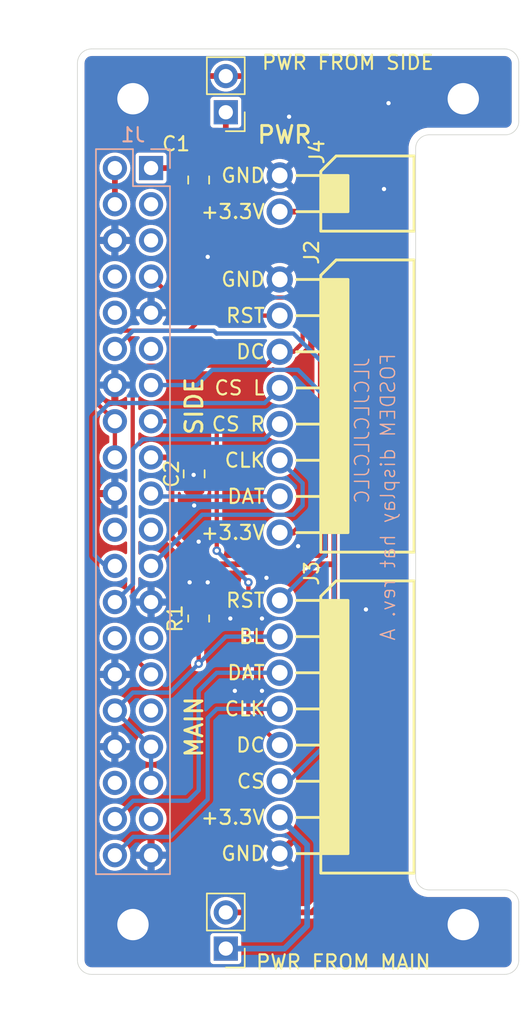
<source format=kicad_pcb>
(kicad_pcb (version 20240108) (generator "pcbnew") (generator_version "8.0")
  (title_block (comment 4 "AISLER Project ID: VFRMODMF"))
  (layers (0 "F.Cu" signal) (31 "B.Cu" signal) (34 "B.Paste" user) (35 "F.Paste" user) (36 "B.SilkS" user "B.Silkscreen") (37 "F.SilkS" user "F.Silkscreen") (38 "B.Mask" user) (39 "F.Mask" user) (44 "Edge.Cuts" user))
  (net 0 "")
  (net 1 "/+5V")
  (net 4 "/SIDE_DAT")
  (net 5 "/SIDE_DC")
  (net 7 "/SIDE_RST")
  (net 9 "/BL")
  (net 14 "/MAIN_RST")
  (net 16 "/MAIN_DAT")
  (net 17 "/MAIN_CLK")
  (net 19 "/MAIN_CS")
  (net 20 "/SIDE_CS_L")
  (net 22 "/SIDE_CS_R")
  (net 24 "/MAIN_DC")
  (net 25 "/SIDE_CLK")
  (net 26 "Net-(J2-Pin_8)")
  (net 27 "Net-(J3-Pin_7)")
  (net 28 "GND")
  (net 29 "+3.3V")
  (footprint "Resistor_SMD:R_0805_2012Metric" (layer "F.Cu") (at 144.0225 106.9225 90)
    (property "Reference" "R1" (at 0 -1.65 90) (layer "F.SilkS"))
    (property "Value" "10kΩ")
    (fp_line (start -0.227064 -0.735) (end 0.227064 -0.735) (stroke (width 0.12)) (layer "F.SilkS"))
    (fp_line (start -0.227064 0.735) (end 0.227064 0.735) (stroke (width 0.12)) (layer "F.SilkS"))
    (pad "1" smd roundrect (at -0.9125 0 90) (size 1.025 1.4) (layers "F.Cu" "F.Paste" "F.Mask") (roundrect_rratio 0.243902) (net 9 "/BL"))
    (pad "2" smd roundrect (at 0.9125 0 90) (size 1.025 1.4) (layers "F.Cu" "F.Paste" "F.Mask") (roundrect_rratio 0.243902) (net 29 "+3.3V"))
  )
  (footprint "Capacitor_SMD:C_0805_2012Metric" (layer "F.Cu") (at 143.705 96.765 -90)
    (property "Reference" "C2" (at -0.0025 1.5875 90) (layer "F.SilkS"))
    (property "Value" "1μF")
    (fp_line (start -0.261252 0.735) (end 0.261252 0.735) (stroke (width 0.12)) (layer "F.SilkS"))
    (fp_line (start -0.261252 -0.735) (end 0.261252 -0.735) (stroke (width 0.12)) (layer "F.SilkS"))
    (pad "1" smd roundrect (at -0.95 0 270) (size 1 1.45) (layers "F.Cu" "F.Paste" "F.Mask") (net 29 "+3.3V"))
    (pad "2" smd roundrect (at 0.95 0 270) (size 1 1.45) (layers "F.Cu" "F.Paste" "F.Mask") (net 28 "GND"))
  )
  (footprint "MountingHole:MountingHole_2.2mm_M2_ISO7380_Pad" (layer "F.Cu") (at 139.4075 70.4175 90)
    (property "Reference" "H2" (hide yes))
    (property "Value" "MountingHole_Pad")
    (pad "1" thru_hole circle (at 0 0 90) (size 3.5 3.5) (drill 2.2) (layers "*.Cu" "*.Mask") (net 28 "GND"))
  )
  (footprint "Connector_PinHeader_2.54mm:PinHeader_1x02_P2.54mm_Vertical" (layer "F.Cu") (at 145.9275 130.105 180)
    (property "Reference" "JP2" (hide yes))
    (property "Value" "PWR FROM MAIN" (at -8.255 -0.9475 0) (layer "F.SilkS"))
    (fp_line (start 1.33 1.27) (end 1.33 3.87) (stroke (width 0.12)) (layer "F.SilkS"))
    (fp_line (start -1.33 3.87) (end 1.33 3.87) (stroke (width 0.12)) (layer "F.SilkS"))
    (fp_line (start -1.33 1.27) (end 1.33 1.27) (stroke (width 0.12)) (layer "F.SilkS"))
    (fp_line (start -1.33 1.27) (end -1.33 3.87) (stroke (width 0.12)) (layer "F.SilkS"))
    (fp_line (start -1.33 0) (end -1.33 -1.33) (stroke (width 0.12)) (layer "F.SilkS"))
    (fp_line (start -1.33 -1.33) (end 0 -1.33) (stroke (width 0.12)) (layer "F.SilkS"))
    (pad "1" thru_hole rect (at 0 0 180) (size 1.7 1.7) (drill 1) (layers "*.Cu" "*.Mask") (net 27 "Net-(J3-Pin_7)"))
    (pad "2" thru_hole oval (at 0 2.54 180) (size 1.7 1.7) (drill 1) (layers "*.Cu" "*.Mask") (net 29 "+3.3V"))
  )
  (footprint "MountingHole:MountingHole_2.2mm_M2_ISO7380_Pad" (layer "F.Cu") (at 139.4075 128.4175 90)
    (property "Reference" "H4" (hide yes))
    (property "Value" "MountingHole_Pad")
    (pad "1" thru_hole circle (at 0 0 90) (size 3.5 3.5) (drill 2.2) (layers "*.Cu" "*.Mask") (net 28 "GND"))
  )
  (footprint "Connector_MTA-100:mta100_01x2_P2.54_640455-2" (layer "F.Cu") (at 149.715 78.3475 90)
    (property "Reference" "J4" (at 3.237894 2.618911 90) (layer "F.SilkS") (effects (justify left)))
    (property "Value" "MTA100_02")
    (fp_line (start 2.54 1.185) (end 2.54 2.985) (stroke (width 0.2)) (layer "F.SilkS"))
    (fp_line (start 0 1.185) (end 0 2.985) (stroke (width 0.2)) (layer "F.SilkS"))
    (fp_line (start 2.829891 2.885) (end 3.91 3.965109) (stroke (width 0.2)) (layer "F.SilkS"))
    (fp_line (start -1.37 2.885) (end 2.829891 2.885) (stroke (width 0.2)) (layer "F.SilkS"))
    (fp_line (start 3.91 3.965109) (end 3.91 9.435) (stroke (width 0.2)) (layer "F.SilkS"))
    (fp_line (start 3.91 9.435) (end -1.37 9.435) (stroke (width 0.2)) (layer "F.SilkS"))
    (fp_line (start -1.37 9.435) (end -1.37 2.885) (stroke (width 0.2)) (layer "F.SilkS"))
    (fp_rect (start 0 2.885) (end 2.54 4.795) (stroke (width 0.2)) (fill solid) (layer "F.SilkS"))
    (fp_text user "${Purpose Pin1}" (at 2.54 -0.9525 0) (layer "F.SilkS") (effects (justify right)))
    (fp_text user "${Purpose}" (at 5.3975 0.34 180) (layer "F.SilkS") (effects (font (size 1.2 1.2) (thickness 0.2))))
    (fp_text user "${Purpose Pin2}" (at 0 -0.9525 0) (layer "F.SilkS") (effects (justify right)))
    (pad "1" thru_hole circle (at 2.54 0 90) (size 1.85 1.85) (drill 1.1) (layers "*.Cu" "*.Mask") (net 28 "GND"))
    (pad "2" thru_hole circle (at 0 0 90) (size 1.85 1.85) (drill 1.1) (layers "*.Cu" "*.Mask") (net 29 "+3.3V"))
  )
  (footprint "MountingHole:MountingHole_2.2mm_M2_ISO7380_Pad" (layer "F.Cu") (at 162.6075 70.4175 90)
    (property "Reference" "H3" (hide yes))
    (property "Value" "MountingHole_Pad")
    (pad "1" thru_hole circle (at 0 0 90) (size 3.5 3.5) (drill 2.2) (layers "*.Cu" "*.Mask") (net 28 "GND"))
  )
  (footprint "MountingHole:MountingHole_2.2mm_M2_ISO7380_Pad" (layer "F.Cu") (at 162.6075 128.4175 90)
    (property "Reference" "H1" (hide yes))
    (property "Value" "MountingHole_Pad")
    (pad "1" thru_hole circle (at 0 0 90) (size 3.5 3.5) (drill 2.2) (layers "*.Cu" "*.Mask") (net 28 "GND"))
  )
  (footprint "Capacitor_SMD:C_0805_2012Metric" (layer "F.Cu") (at 144.0225 76.125 -90)
    (property "Reference" "C1" (at -2.54 1.5875 180) (layer "F.SilkS"))
    (property "Value" "1μF")
    (fp_line (start -0.261252 0.735) (end 0.261252 0.735) (stroke (width 0.12)) (layer "F.SilkS"))
    (fp_line (start -0.261252 -0.735) (end 0.261252 -0.735) (stroke (width 0.12)) (layer "F.SilkS"))
    (pad "1" smd roundrect (at -0.95 0 270) (size 1 1.45) (layers "F.Cu" "F.Paste" "F.Mask") (net 29 "+3.3V"))
    (pad "2" smd roundrect (at 0.95 0 270) (size 1 1.45) (layers "F.Cu" "F.Paste" "F.Mask") (net 28 "GND"))
  )
  (footprint "Connector_MTA-100:mta100_01x8_P2.54_640455-8" (layer "F.Cu") (at 149.715 123.4325 90)
    (property "Reference" "J3" (at 18.7325 2.245 90) (layer "F.SilkS") (effects (justify left)))
    (property "Value" "MTA100_08")
    (fp_line (start 17.78 1.185) (end 17.78 2.985) (stroke (width 0.2)) (layer "F.SilkS"))
    (fp_line (start 15.24 1.185) (end 15.24 2.985) (stroke (width 0.2)) (layer "F.SilkS"))
    (fp_line (start 12.7 1.185) (end 12.7 2.985) (stroke (width 0.2)) (layer "F.SilkS"))
    (fp_line (start 10.16 1.185) (end 10.16 2.985) (stroke (width 0.2)) (layer "F.SilkS"))
    (fp_line (start 7.62 1.185) (end 7.62 2.985) (stroke (width 0.2)) (layer "F.SilkS"))
    (fp_line (start 5.08 1.185) (end 5.08 2.985) (stroke (width 0.2)) (layer "F.SilkS"))
    (fp_line (start 2.54 1.185) (end 2.54 2.985) (stroke (width 0.2)) (layer "F.SilkS"))
    (fp_line (start 0 1.185) (end 0 2.985) (stroke (width 0.2)) (layer "F.SilkS"))
    (fp_line (start 18.069891 2.885) (end 19.15 3.965109) (stroke (width 0.2)) (layer "F.SilkS"))
    (fp_line (start -1.37 2.885) (end 18.069891 2.885) (stroke (width 0.2)) (layer "F.SilkS"))
    (fp_line (start 19.15 3.965109) (end 19.15 9.435) (stroke (width 0.2)) (layer "F.SilkS"))
    (fp_line (start 19.15 9.435) (end -1.37 9.435) (stroke (width 0.2)) (layer "F.SilkS"))
    (fp_line (start -1.37 9.435) (end -1.37 2.885) (stroke (width 0.2)) (layer "F.SilkS"))
    (fp_rect (start 0 2.885) (end 17.78 4.795) (stroke (width 0.2)) (fill solid) (layer "F.SilkS"))
    (fp_text user "${Purpose Pin5}" (at 7.62 -0.9525 0) (layer "F.SilkS") (effects (justify right)))
    (fp_text user "${Purpose Pin6}" (at 5.08 -0.9525 0) (layer "F.SilkS") (effects (justify right)))
    (fp_text user "${Purpose Pin7}" (at 2.54 -0.9525 0) (layer "F.SilkS") (effects (justify right)))
    (fp_text user "${Purpose Pin2}" (at 15.24 -0.9525 0) (layer "F.SilkS") (effects (justify right)))
    (fp_text user "${Purpose Pin3}" (at 12.7 -0.9525 0) (layer "F.SilkS") (effects (justify right)))
    (fp_text user "${Purpose Pin1}" (at 17.78 -0.9525 0) (layer "F.SilkS") (effects (justify right)))
    (fp_text user "${Purpose Pin4}" (at 10.16 -0.9525 0) (layer "F.SilkS") (effects (justify right)))
    (fp_text user "${Purpose Pin8}" (at 0 -0.9525 0) (layer "F.SilkS") (effects (justify right)))
    (fp_text user "${Purpose}" (at 8.89 -6.01 90) (layer "F.SilkS") (effects (font (size 1.2 1.2) (thickness 0.2))))
    (pad "1" thru_hole circle (at 17.78 0 90) (size 1.85 1.85) (drill 1.1) (layers "*.Cu" "*.Mask") (net 14 "/MAIN_RST"))
    (pad "2" thru_hole circle (at 15.24 0 90) (size 1.85 1.85) (drill 1.1) (layers "*.Cu" "*.Mask") (net 9 "/BL"))
    (pad "3" thru_hole circle (at 12.7 0 90) (size 1.85 1.85) (drill 1.1) (layers "*.Cu" "*.Mask") (net 16 "/MAIN_DAT"))
    (pad "4" thru_hole circle (at 10.16 0 90) (size 1.85 1.85) (drill 1.1) (layers "*.Cu" "*.Mask") (net 17 "/MAIN_CLK"))
    (pad "5" thru_hole circle (at 7.62 0 90) (size 1.85 1.85) (drill 1.1) (layers "*.Cu" "*.Mask") (net 24 "/MAIN_DC"))
    (pad "6" thru_hole circle (at 5.08 0 90) (size 1.85 1.85) (drill 1.1) (layers "*.Cu" "*.Mask") (net 19 "/MAIN_CS"))
    (pad "7" thru_hole circle (at 2.54 0 90) (size 1.85 1.85) (drill 1.1) (layers "*.Cu" "*.Mask") (net 27 "Net-(J3-Pin_7)"))
    (pad "8" thru_hole circle (at 0 0 90) (size 1.85 1.85) (drill 1.1) (layers "*.Cu" "*.Mask") (net 28 "GND"))
  )
  (footprint "Connector_MTA-100:mta100_01x8_P2.54_640455-8" (layer "F.Cu") (at 149.715 100.89 90)
    (property "Reference" "J2" (at 18.7325 2.245 90) (layer "F.SilkS") (effects (justify left)))
    (property "Value" "MTA100_08")
    (fp_line (start 17.78 1.185) (end 17.78 2.985) (stroke (width 0.2)) (layer "F.SilkS"))
    (fp_line (start 15.24 1.185) (end 15.24 2.985) (stroke (width 0.2)) (layer "F.SilkS"))
    (fp_line (start 12.7 1.185) (end 12.7 2.985) (stroke (width 0.2)) (layer "F.SilkS"))
    (fp_line (start 10.16 1.185) (end 10.16 2.985) (stroke (width 0.2)) (layer "F.SilkS"))
    (fp_line (start 7.62 1.185) (end 7.62 2.985) (stroke (width 0.2)) (layer "F.SilkS"))
    (fp_line (start 5.08 1.185) (end 5.08 2.985) (stroke (width 0.2)) (layer "F.SilkS"))
    (fp_line (start 2.54 1.185) (end 2.54 2.985) (stroke (width 0.2)) (layer "F.SilkS"))
    (fp_line (start 0 1.185) (end 0 2.985) (stroke (width 0.2)) (layer "F.SilkS"))
    (fp_line (start 18.069891 2.885) (end 19.15 3.965109) (stroke (width 0.2)) (layer "F.SilkS"))
    (fp_line (start -1.37 2.885) (end 18.069891 2.885) (stroke (width 0.2)) (layer "F.SilkS"))
    (fp_line (start 19.15 3.965109) (end 19.15 9.435) (stroke (width 0.2)) (layer "F.SilkS"))
    (fp_line (start 19.15 9.435) (end -1.37 9.435) (stroke (width 0.2)) (layer "F.SilkS"))
    (fp_line (start -1.37 9.435) (end -1.37 2.885) (stroke (width 0.2)) (layer "F.SilkS"))
    (fp_rect (start 0 2.885) (end 17.78 4.795) (stroke (width 0.2)) (fill solid) (layer "F.SilkS"))
    (fp_text user "${Purpose Pin1}" (at 17.78 -0.9525 0) (layer "F.SilkS") (effects (justify right)))
    (fp_text user "${Purpose Pin8}" (at 0 -0.9525 0) (layer "F.SilkS") (effects (justify right)))
    (fp_text user "${Purpose Pin7}" (at 2.54 -0.9525 0) (layer "F.SilkS") (effects (justify right)))
    (fp_text user "${Purpose}" (at 8.89 -6.01 90) (layer "F.SilkS") (effects (font (size 1.2 1.2) (thickness 0.2))))
    (fp_text user "${Purpose Pin6}" (at 5.08 -0.9525 0) (layer "F.SilkS") (effects (justify right)))
    (fp_text user "${Purpose Pin5}" (at 7.62 -0.9525 0) (layer "F.SilkS") (effects (justify right)))
    (fp_text user "${Purpose Pin3}" (at 12.7 -0.9525 0) (layer "F.SilkS") (effects (justify right)))
    (fp_text user "${Purpose Pin4}" (at 10.16 -0.9525 0) (layer "F.SilkS") (effects (justify right)))
    (fp_text user "${Purpose Pin2}" (at 15.24 -0.9525 0) (layer "F.SilkS") (effects (justify right)))
    (pad "1" thru_hole circle (at 17.78 0 90) (size 1.85 1.85) (drill 1.1) (layers "*.Cu" "*.Mask") (net 28 "GND"))
    (pad "2" thru_hole circle (at 15.24 0 90) (size 1.85 1.85) (drill 1.1) (layers "*.Cu" "*.Mask") (net 7 "/SIDE_RST"))
    (pad "3" thru_hole circle (at 12.7 0 90) (size 1.85 1.85) (drill 1.1) (layers "*.Cu" "*.Mask") (net 5 "/SIDE_DC"))
    (pad "4" thru_hole circle (at 10.16 0 90) (size 1.85 1.85) (drill 1.1) (layers "*.Cu" "*.Mask") (net 20 "/SIDE_CS_L"))
    (pad "5" thru_hole circle (at 7.62 0 90) (size 1.85 1.85) (drill 1.1) (layers "*.Cu" "*.Mask") (net 22 "/SIDE_CS_R"))
    (pad "6" thru_hole circle (at 5.08 0 90) (size 1.85 1.85) (drill 1.1) (layers "*.Cu" "*.Mask") (net 25 "/SIDE_CLK"))
    (pad "7" thru_hole circle (at 2.54 0 90) (size 1.85 1.85) (drill 1.1) (layers "*.Cu" "*.Mask") (net 4 "/SIDE_DAT"))
    (pad "8" thru_hole circle (at 0 0 90) (size 1.85 1.85) (drill 1.1) (layers "*.Cu" "*.Mask") (net 26 "Net-(J2-Pin_8)"))
  )
  (footprint "Connector_PinHeader_2.54mm:PinHeader_1x02_P2.54mm_Vertical" (layer "F.Cu") (at 145.9275 71.3675 180)
    (property "Reference" "JP1" (hide yes))
    (property "Value" "PWR FROM SIDE" (at -8.5725 3.4975 0) (layer "F.SilkS"))
    (fp_line (start 1.33 1.27) (end 1.33 3.87) (stroke (width 0.12)) (layer "F.SilkS"))
    (fp_line (start -1.33 3.87) (end 1.33 3.87) (stroke (width 0.12)) (layer "F.SilkS"))
    (fp_line (start -1.33 1.27) (end 1.33 1.27) (stroke (width 0.12)) (layer "F.SilkS"))
    (fp_line (start -1.33 1.27) (end -1.33 3.87) (stroke (width 0.12)) (layer "F.SilkS"))
    (fp_line (start -1.33 0) (end -1.33 -1.33) (stroke (width 0.12)) (layer "F.SilkS"))
    (fp_line (start -1.33 -1.33) (end 0 -1.33) (stroke (width 0.12)) (layer "F.SilkS"))
    (pad "1" thru_hole rect (at 0 0 180) (size 1.7 1.7) (drill 1) (layers "*.Cu" "*.Mask") (net 26 "Net-(J2-Pin_8)"))
    (pad "2" thru_hole oval (at 0 2.54 180) (size 1.7 1.7) (drill 1) (layers "*.Cu" "*.Mask") (net 29 "+3.3V"))
  )
  (footprint "Connector_PinHeader_2.54mm:PinHeader_2x20_P2.54mm_Vertical" (layer "B.Cu") (at 140.6775 75.2875 180)
    (property "Reference" "J1" (at 1.27 2.33 180) (layer "B.SilkS") (effects (justify mirror)))
    (property "Value" "WAVESHARE_HAT_HEADER")
    (fp_line (start 3.87 1.33) (end 1.27 1.33) (stroke (width 0.12)) (layer "B.SilkS"))
    (fp_line (start 3.87 -49.59) (end 3.87 1.33) (stroke (width 0.12)) (layer "B.SilkS"))
    (fp_line (start 3.87 -49.59) (end -1.33 -49.59) (stroke (width 0.12)) (layer "B.SilkS"))
    (fp_line (start 1.27 1.33) (end 1.27 -1.27) (stroke (width 0.12)) (layer "B.SilkS"))
    (fp_line (start 1.27 -1.27) (end -1.33 -1.27) (stroke (width 0.12)) (layer "B.SilkS"))
    (fp_line (start 0 1.33) (end -1.33 1.33) (stroke (width 0.12)) (layer "B.SilkS"))
    (fp_line (start -1.33 1.33) (end -1.33 0) (stroke (width 0.12)) (layer "B.SilkS"))
    (fp_line (start -1.33 -49.59) (end -1.33 -1.27) (stroke (width 0.12)) (layer "B.SilkS"))
    (pad "1" thru_hole rect (at 0 0 180) (size 1.7 1.7) (drill 1) (layers "*.Cu" "*.Mask") (net 29 "+3.3V"))
    (pad "2" thru_hole oval (at 2.54 0 180) (size 1.7 1.7) (drill 1) (layers "*.Cu" "*.Mask") (net 1 "/+5V"))
    (pad "3" thru_hole oval (at 0 -2.54 180) (size 1.7 1.7) (drill 1) (layers "*.Cu" "*.Mask"))
    (pad "4" thru_hole oval (at 2.54 -2.54 180) (size 1.7 1.7) (drill 1) (layers "*.Cu" "*.Mask") (net 1 "/+5V"))
    (pad "5" thru_hole oval (at 0 -5.08 180) (size 1.7 1.7) (drill 1) (layers "*.Cu" "*.Mask"))
    (pad "6" thru_hole oval (at 2.54 -5.08 180) (size 1.7 1.7) (drill 1) (layers "*.Cu" "*.Mask") (net 28 "GND"))
    (pad "7" thru_hole oval (at 0 -7.62 180) (size 1.7 1.7) (drill 1) (layers "*.Cu" "*.Mask") (net 5 "/SIDE_DC"))
    (pad "8" thru_hole oval (at 2.54 -7.62 180) (size 1.7 1.7) (drill 1) (layers "*.Cu" "*.Mask"))
    (pad "9" thru_hole oval (at 0 -10.16 180) (size 1.7 1.7) (drill 1) (layers "*.Cu" "*.Mask") (net 28 "GND"))
    (pad "10" thru_hole oval (at 2.54 -10.16 180) (size 1.7 1.7) (drill 1) (layers "*.Cu" "*.Mask"))
    (pad "11" thru_hole oval (at 0 -12.7 180) (size 1.7 1.7) (drill 1) (layers "*.Cu" "*.Mask"))
    (pad "12" thru_hole oval (at 2.54 -12.7 180) (size 1.7 1.7) (drill 1) (layers "*.Cu" "*.Mask") (net 19 "/MAIN_CS"))
    (pad "13" thru_hole oval (at 0 -15.24 180) (size 1.7 1.7) (drill 1) (layers "*.Cu" "*.Mask") (net 14 "/MAIN_RST"))
    (pad "14" thru_hole oval (at 2.54 -15.24 180) (size 1.7 1.7) (drill 1) (layers "*.Cu" "*.Mask") (net 28 "GND"))
    (pad "15" thru_hole oval (at 0 -17.78 180) (size 1.7 1.7) (drill 1) (layers "*.Cu" "*.Mask") (net 24 "/MAIN_DC"))
    (pad "16" thru_hole oval (at 2.54 -17.78 180) (size 1.7 1.7) (drill 1) (layers "*.Cu" "*.Mask") (net 7 "/SIDE_RST"))
    (pad "17" thru_hole oval (at 0 -20.32 180) (size 1.7 1.7) (drill 1) (layers "*.Cu" "*.Mask") (net 29 "+3.3V"))
    (pad "18" thru_hole oval (at 2.54 -20.32 180) (size 1.7 1.7) (drill 1) (layers "*.Cu" "*.Mask") (net 7 "/SIDE_RST"))
    (pad "19" thru_hole oval (at 0 -22.86 180) (size 1.7 1.7) (drill 1) (layers "*.Cu" "*.Mask") (net 4 "/SIDE_DAT"))
    (pad "20" thru_hole oval (at 2.54 -22.86 180) (size 1.7 1.7) (drill 1) (layers "*.Cu" "*.Mask") (net 28 "GND"))
    (pad "21" thru_hole oval (at 0 -25.4 180) (size 1.7 1.7) (drill 1) (layers "*.Cu" "*.Mask"))
    (pad "22" thru_hole oval (at 2.54 -25.4 180) (size 1.7 1.7) (drill 1) (layers "*.Cu" "*.Mask"))
    (pad "23" thru_hole oval (at 0 -27.94 180) (size 1.7 1.7) (drill 1) (layers "*.Cu" "*.Mask") (net 25 "/SIDE_CLK"))
    (pad "24" thru_hole oval (at 2.54 -27.94 180) (size 1.7 1.7) (drill 1) (layers "*.Cu" "*.Mask") (net 20 "/SIDE_CS_L"))
    (pad "25" thru_hole oval (at 0 -30.48 180) (size 1.7 1.7) (drill 1) (layers "*.Cu" "*.Mask") (net 28 "GND"))
    (pad "26" thru_hole oval (at 2.54 -30.48 180) (size 1.7 1.7) (drill 1) (layers "*.Cu" "*.Mask") (net 22 "/SIDE_CS_R"))
    (pad "27" thru_hole oval (at 0 -33.02 180) (size 1.7 1.7) (drill 1) (layers "*.Cu" "*.Mask"))
    (pad "28" thru_hole oval (at 2.54 -33.02 180) (size 1.7 1.7) (drill 1) (layers "*.Cu" "*.Mask"))
    (pad "29" thru_hole oval (at 0 -35.56 180) (size 1.7 1.7) (drill 1) (layers "*.Cu" "*.Mask") (net 5 "/SIDE_DC"))
    (pad "30" thru_hole oval (at 2.54 -35.56 180) (size 1.7 1.7) (drill 1) (layers "*.Cu" "*.Mask") (net 28 "GND"))
    (pad "31" thru_hole oval (at 0 -38.1 180) (size 1.7 1.7) (drill 1) (layers "*.Cu" "*.Mask"))
    (pad "32" thru_hole oval (at 2.54 -38.1 180) (size 1.7 1.7) (drill 1) (layers "*.Cu" "*.Mask") (net 9 "/BL"))
    (pad "33" thru_hole oval (at 0 -40.64 180) (size 1.7 1.7) (drill 1) (layers "*.Cu" "*.Mask") (net 9 "/BL"))
    (pad "34" thru_hole oval (at 2.54 -40.64 180) (size 1.7 1.7) (drill 1) (layers "*.Cu" "*.Mask") (net 28 "GND"))
    (pad "35" thru_hole oval (at 0 -43.18 180) (size 1.7 1.7) (drill 1) (layers "*.Cu" "*.Mask") (net 9 "/BL"))
    (pad "36" thru_hole oval (at 2.54 -43.18 180) (size 1.7 1.7) (drill 1) (layers "*.Cu" "*.Mask"))
    (pad "37" thru_hole oval (at 0 -45.72 180) (size 1.7 1.7) (drill 1) (layers "*.Cu" "*.Mask"))
    (pad "38" thru_hole oval (at 2.54 -45.72 180) (size 1.7 1.7) (drill 1) (layers "*.Cu" "*.Mask") (net 16 "/MAIN_DAT"))
    (pad "39" thru_hole oval (at 0 -48.26 180) (size 1.7 1.7) (drill 1) (layers "*.Cu" "*.Mask") (net 28 "GND"))
    (pad "40" thru_hole oval (at 2.54 -48.26 180) (size 1.7 1.7) (drill 1) (layers "*.Cu" "*.Mask") (net 17 "/MAIN_CLK"))
  )
  (gr_line (start 166.5075 126.8375) (end 166.5075 130.9175) (stroke (width 0.05)) (layer "Edge.Cuts"))
  (gr_arc (start 136.5075 131.9175) (mid 135.800393 131.624607) (end 135.5075 130.9175) (stroke (width 0.05)) (layer "Edge.Cuts"))
  (gr_line (start 165.555001 125.984231) (end 160.215 125.984232) (stroke (width 0.05)) (layer "Edge.Cuts"))
  (gr_line (start 166.5075 67.9175) (end 166.5075 71.9975) (stroke (width 0.05)) (layer "Edge.Cuts"))
  (gr_line (start 136.5075 131.9175) (end 165.5075 131.9175) (stroke (width 0.05)) (layer "Edge.Cuts"))
  (gr_line (start 136.5075 66.9175) (end 165.5075 66.9175) (stroke (width 0.05)) (layer "Edge.Cuts"))
  (gr_arc (start 165.5075 66.9175) (mid 166.214607 67.210393) (end 166.5075 67.9175) (stroke (width 0.05)) (layer "Edge.Cuts"))
  (gr_arc (start 160.215 125.984232) (mid 159.541469 125.705253) (end 159.2625 125.031732) (stroke (width 0.05)) (layer "Edge.Cuts"))
  (gr_arc (start 166.5075 130.9175) (mid 166.214607 131.624607) (end 165.5075 131.9175) (stroke (width 0.05)) (layer "Edge.Cuts"))
  (gr_line (start 135.5075 67.9175) (end 135.5075 130.9175) (stroke (width 0.05)) (layer "Edge.Cuts"))
  (gr_line (start 159.2625 73.9025) (end 159.2625 125.031732) (stroke (width 0.05)) (layer "Edge.Cuts"))
  (gr_arc (start 159.2625 73.9025) (mid 159.541481 73.228981) (end 160.215 72.95) (stroke (width 0.05)) (layer "Edge.Cuts"))
  (gr_arc (start 166.5075 71.9975) (mid 166.26299 72.636908) (end 165.654231 72.949999) (stroke (width 0.05)) (layer "Edge.Cuts"))
  (gr_arc (start 135.5075 67.9175) (mid 135.800393 67.210393) (end 136.5075 66.9175) (stroke (width 0.05)) (layer "Edge.Cuts"))
  (gr_arc (start 165.555001 125.984231) (mid 166.194399 126.228744) (end 166.5075 126.8375) (stroke (width 0.05)) (layer "Edge.Cuts"))
  (gr_line (start 165.654231 72.949999) (end 160.215 72.95) (stroke (width 0.05)) (layer "Edge.Cuts"))
  (gr_text "JLCJLCJLCJLC" (at 156.0875 88.5075 90) (layer "B.SilkS") (effects (font (size 1 1) (thickness 0.1)) (justify left bottom mirror)))
  (gr_text "FOSDEM display hat rev. A" (at 157.905 88.2225 90) (layer "B.SilkS") (effects (font (size 1 1) (thickness 0.1)) (justify left bottom mirror)))
  (segment (start 138.1375 75.2875) (end 138.1375 77.8275) (width 0.4) (layer "F.Cu") (net 1))
  (segment (start 140.88 98.35) (end 140.6775 98.1475) (width 0.3) (layer "B.Cu") (net 4))
  (segment (start 149.715 98.35) (end 140.88 98.35) (width 0.3) (layer "B.Cu") (net 4))
  (segment (start 139.389385 109.559385) (end 140.6775 110.8475) (width 0.3) (layer "F.Cu") (net 5))
  (segment (start 150.69 88.19) (end 151.325 87.555) (width 0.3) (layer "F.Cu") (net 5))
  (segment (start 150.69 84.38) (end 142.15 84.38) (width 0.3) (layer "F.Cu") (net 5))
  (segment (start 142.15 84.38) (end 140.6775 82.9075) (width 0.3) (layer "F.Cu") (net 5))
  (segment (start 151.325 87.555) (end 151.325 85.015) (width 0.3) (layer "F.Cu") (net 5))
  (segment (start 151.325 85.015) (end 150.69 84.38) (width 0.3) (layer "F.Cu") (net 5))
  (segment (start 149.715 88.19) (end 150.69 88.19) (width 0.3) (layer "F.Cu") (net 5))
  (segment (start 139.389385 89.965615) (end 139.389385 109.559385) (width 0.3) (layer "F.Cu") (net 5))
  (segment (start 140.1875 89.1675) (end 139.389385 89.965615) (width 0.3) (layer "F.Cu") (net 5))
  (segment (start 148.7375 89.1675) (end 140.1875 89.1675) (width 0.3) (layer "F.Cu") (net 5))
  (segment (start 149.715 88.19) (end 148.7375 89.1675) (width 0.3) (layer "F.Cu") (net 5))
  (segment (start 137.488028 86.704693) (end 136.72 87.472721) (width 0.3) (layer "F.Cu") (net 7))
  (segment (start 149.715 85.65) (end 144.405994 85.65) (width 0.3) (layer "F.Cu") (net 7))
  (segment (start 138.1375 93.0675) (end 138.1375 95.6075) (width 0.3) (layer "F.Cu") (net 7))
  (segment (start 144.405994 85.65) (end 143.351301 86.704693) (width 0.3) (layer "F.Cu") (net 7))
  (segment (start 136.72 91.65) (end 138.1375 93.0675) (width 0.3) (layer "F.Cu") (net 7))
  (segment (start 143.351301 86.704693) (end 137.488028 86.704693) (width 0.3) (layer "F.Cu") (net 7))
  (segment (start 136.72 87.472721) (end 136.72 91.65) (width 0.3) (layer "F.Cu") (net 7))
  (segment (start 144.0225 107.835) (end 144.0225 110.0975) (width 0.3) (layer "F.Cu") (net 9))
  (via (at 144.0225 110.0975) (size 0.6) (drill 0.3) (layers "F.Cu" "B.Cu") (net 9))
  (segment (start 139.402213 112.122787) (end 138.1375 113.3875) (width 0.3) (layer "B.Cu") (net 9))
  (segment (start 149.715 108.1925) (end 145.9275 108.1925) (width 0.3) (layer "B.Cu") (net 9))
  (segment (start 140.6775 115.9275) (end 140.6775 118.4675) (width 0.3) (layer "B.Cu") (net 9))
  (segment (start 138.1375 113.3875) (end 140.6775 115.9275) (width 0.3) (layer "B.Cu") (net 9))
  (segment (start 144.0225 110.0975) (end 141.997213 112.122787) (width 0.3) (layer "B.Cu") (net 9))
  (segment (start 145.9275 108.1925) (end 144.0225 110.0975) (width 0.3) (layer "B.Cu") (net 9))
  (segment (start 141.997213 112.122787) (end 139.402213 112.122787) (width 0.3) (layer "B.Cu") (net 9))
  (segment (start 152.9125 91.365) (end 151.0075 89.46) (width 0.3) (layer "B.Cu") (net 14))
  (segment (start 152.9125 102.455) (end 152.9125 91.365) (width 0.3) (layer "B.Cu") (net 14))
  (segment (start 143.9075 90.5275) (end 140.6775 90.5275) (width 0.3) (layer "B.Cu") (net 14))
  (segment (start 151.0075 89.46) (end 144.975 89.46) (width 0.3) (layer "B.Cu") (net 14))
  (segment (start 144.975 89.46) (end 143.9075 90.5275) (width 0.3) (layer "B.Cu") (net 14))
  (segment (start 149.715 105.6525) (end 152.9125 102.455) (width 0.3) (layer "B.Cu") (net 14))
  (segment (start 144.0225 118.9875) (end 143.286801 119.723199) (width 0.3) (layer "B.Cu") (net 16))
  (segment (start 145.2925 110.7325) (end 144.0225 112.0025) (width 0.3) (layer "B.Cu") (net 16))
  (segment (start 149.715 110.7325) (end 145.2925 110.7325) (width 0.3) (layer "B.Cu") (net 16))
  (segment (start 144.0225 112.0025) (end 144.0225 118.9875) (width 0.3) (layer "B.Cu") (net 16))
  (segment (start 139.421801 119.723199) (end 138.1375 121.0075) (width 0.3) (layer "B.Cu") (net 16))
  (segment (start 143.286801 119.723199) (end 139.421801 119.723199) (width 0.3) (layer "B.Cu") (net 16))
  (segment (start 144.6575 113.9075) (end 144.6575 119.6225) (width 0.3) (layer "B.Cu") (net 17))
  (segment (start 145.2925 113.2725) (end 144.6575 113.9075) (width 0.3) (layer "B.Cu") (net 17))
  (segment (start 144.6575 119.6225) (end 142.019628 122.260372) (width 0.3) (layer "B.Cu") (net 17))
  (segment (start 139.424628 122.260372) (end 138.1375 123.5475) (width 0.3) (layer "B.Cu") (net 17))
  (segment (start 149.715 113.2725) (end 145.2925 113.2725) (width 0.3) (layer "B.Cu") (net 17))
  (segment (start 142.019628 122.260372) (end 139.424628 122.260372) (width 0.3) (layer "B.Cu") (net 17))
  (segment (start 149.715 118.3525) (end 150.3725 118.3525) (width 0.3) (layer "B.Cu") (net 19))
  (segment (start 150.3725 118.3525) (end 153.5475 115.1775) (width 0.3) (layer "B.Cu") (net 19))
  (segment (start 150.674999 86.905) (end 145.3075 86.905) (width 0.3) (layer "B.Cu") (net 19))
  (segment (start 153.5475 89.777501) (end 150.674999 86.905) (width 0.3) (layer "B.Cu") (net 19))
  (segment (start 139.411055 86.713945) (end 138.1375 87.9875) (width 0.3) (layer "B.Cu") (net 19))
  (segment (start 145.2925 86.92) (end 145.086445 86.713945) (width 0.3) (layer "B.Cu") (net 19))
  (segment (start 145.086445 86.713945) (end 139.411055 86.713945) (width 0.3) (layer "B.Cu") (net 19))
  (segment (start 145.3075 86.905) (end 145.2925 86.92) (width 0.3) (layer "B.Cu") (net 19))
  (segment (start 153.5475 115.1775) (end 153.5475 89.777501) (width 0.3) (layer "B.Cu") (net 19))
  (segment (start 136.72 92.816227) (end 136.72 102.4775) (width 0.3) (layer "B.Cu") (net 20))
  (segment (start 148.654312 91.790688) (end 137.745539 91.790688) (width 0.3) (layer "B.Cu") (net 20))
  (segment (start 149.715 90.73) (end 148.654312 91.790688) (width 0.3) (layer "B.Cu") (net 20))
  (segment (start 136.72 102.4775) (end 137.47 103.2275) (width 0.3) (layer "B.Cu") (net 20))
  (segment (start 137.47 103.2275) (end 138.1375 103.2275) (width 0.3) (layer "B.Cu") (net 20))
  (segment (start 137.745539 91.790688) (end 136.72 92.816227) (width 0.3) (layer "B.Cu") (net 20))
  (segment (start 139.408924 104.496076) (end 138.1375 105.7675) (width 0.3) (layer "B.Cu") (net 22))
  (segment (start 149.715 93.27) (end 148.653429 94.331571) (width 0.3) (layer "B.Cu") (net 22))
  (segment (start 148.653429 94.331571) (end 140.103429 94.331571) (width 0.3) (layer "B.Cu") (net 22))
  (segment (start 140.103429 94.331571) (end 139.408924 95.026076) (width 0.3) (layer "B.Cu") (net 22))
  (segment (start 139.408924 95.026076) (end 139.408924 104.496076) (width 0.3) (layer "B.Cu") (net 22))
  (segment (start 147.515 113.6125) (end 147.515 104.3825) (width 0.3) (layer "F.Cu") (net 24))
  (segment (start 145.2925 93.5875) (end 144.7725 93.0675) (width 0.3) (layer "F.Cu") (net 24))
  (segment (start 144.7725 93.0675) (end 140.6775 93.0675) (width 0.3) (layer "F.Cu") (net 24))
  (segment (start 145.2925 102.16) (end 145.2925 93.5875) (width 0.3) (layer "F.Cu") (net 24))
  (segment (start 149.715 115.8125) (end 147.515 113.6125) (width 0.3) (layer "F.Cu") (net 24))
  (via (at 147.515 104.3825) (size 0.6) (drill 0.3) (layers "F.Cu" "B.Cu") (net 24))
  (via (at 145.2925 102.16) (size 0.6) (drill 0.3) (layers "F.Cu" "B.Cu") (net 24))
  (segment (start 147.515 104.3825) (end 145.2925 102.16) (width 0.3) (layer "B.Cu") (net 24))
  (segment (start 149.715 95.81) (end 151.325 97.42) (width 0.3) (layer "B.Cu") (net 25))
  (segment (start 151.325 97.42) (end 151.325 98.985) (width 0.3) (layer "B.Cu") (net 25))
  (segment (start 151.325 98.985) (end 150.675 99.635) (width 0.3) (layer "B.Cu") (net 25))
  (segment (start 150.675 99.635) (end 144.27 99.635) (width 0.3) (layer "B.Cu") (net 25))
  (segment (start 144.27 99.635) (end 140.6775 103.2275) (width 0.3) (layer "B.Cu") (net 25))
  (segment (start 149.715 100.89) (end 150.69 100.89) (width 0.4) (layer "F.Cu") (net 26))
  (segment (start 149.395 100.57) (end 149.715 100.89) (width 0.4) (layer "F.Cu") (net 26))
  (segment (start 152.595 81.5225) (end 151.6425 80.57) (width 0.4) (layer "F.Cu") (net 26))
  (segment (start 152.595 98.985) (end 152.595 81.5225) (width 0.4) (layer "F.Cu") (net 26))
  (segment (start 150.69 100.89) (end 152.595 98.985) (width 0.4) (layer "F.Cu") (net 26))
  (segment (start 151.6425 80.57) (end 147.515 80.57) (width 0.4) (layer "F.Cu") (net 26))
  (segment (start 145.9275 78.9825) (end 145.9275 71.3675) (width 0.4) (layer "F.Cu") (net 26))
  (segment (start 147.515 80.57) (end 145.9275 78.9825) (width 0.4) (layer "F.Cu") (net 26))
  (segment (start 149.64 120.9675) (end 149.715 120.8925) (width 0.4) (layer "F.Cu") (net 27))
  (segment (start 151.6425 122.82) (end 151.6425 128.5125) (width 0.4) (layer "B.Cu") (net 27))
  (segment (start 149.715 120.8925) (end 151.6425 122.82) (width 0.4) (layer "B.Cu") (net 27))
  (segment (start 151.6425 128.5125) (end 150.05 130.105) (width 0.4) (layer "B.Cu") (net 27))
  (segment (start 150.05 130.105) (end 145.9275 130.105) (width 0.4) (layer "B.Cu") (net 27))
  (via (at 143.3875 104.3825) (size 0.6) (drill 0.3) (layers "F.Cu" "B.Cu") (net 28))
  (via (at 157.3575 70.7275) (size 0.6) (drill 0.3) (layers "F.Cu" "B.Cu") (net 28))
  (via (at 146.5625 112.0025) (size 0.6) (drill 0.3) (layers "F.Cu" "B.Cu") (net 28))
  (via (at 143.668442 96.835588) (size 0.6) (drill 0.3) (layers "F.Cu" "B.Cu") (net 28))
  (via (at 148.4675 112.0025) (size 0.6) (drill 0.3) (layers "F.Cu" "B.Cu") (net 28))
  (via (at 151.0075 101.8425) (size 0.6) (drill 0.3) (layers "F.Cu" "B.Cu") (net 28))
  (via (at 144.0225 101.525) (size 0.6) (drill 0.3) (layers "F.Cu" "B.Cu") (net 28))
  (via (at 148.785 104.065) (size 0.6) (drill 0.3) (layers "F.Cu" "B.Cu") (net 28))
  (via (at 146.245 106.9225) (size 0.6) (drill 0.3) (layers "F.Cu" "B.Cu") (net 28))
  (via (at 143.705 98.985) (size 0.6) (drill 0.3) (layers "F.Cu" "B.Cu") (net 28))
  (via (at 150.3725 71.68) (size 0.6) (drill 0.3) (layers "F.Cu" "B.Cu") (net 28))
  (via (at 144.6575 81.5225) (size 0.6) (drill 0.3) (layers "F.Cu" "B.Cu") (net 28))
  (via (at 157.04 76.76) (size 0.6) (drill 0.3) (layers "F.Cu" "B.Cu") (net 28))
  (via (at 155.77 106.2875) (size 0.6) (drill 0.3) (layers "F.Cu" "B.Cu") (net 28))
  (via (at 144.6575 104.3825) (size 0.6) (drill 0.3) (layers "F.Cu" "B.Cu") (net 28))
  (via (at 148.4675 106.9225) (size 0.6) (drill 0.3) (layers "F.Cu" "B.Cu") (net 28))
  (segment (start 145.9275 68.8275) (end 145.9225 68.8225) (width 0.4) (layer "F.Cu") (net 29))
  (segment (start 149.715 78.3475) (end 153.5475 78.3475) (width 0.4) (layer "F.Cu") (net 29))
  (segment (start 152.2825 68.8275) (end 153.5475 70.0925) (width 0.4) (layer "F.Cu") (net 29))
  (segment (start 140.6775 95.6075) (end 143.4975 95.6075) (width 0.4) (layer "F.Cu") (net 29))
  (segment (start 145.9225 68.8225) (end 144.6575 68.8225) (width 0.4) (layer "F.Cu") (net 29))
  (segment (start 142.1175 95.6075) (end 142.1175 101.2075) (width 0.4) (layer "F.Cu") (net 29))
  (segment (start 153.5475 70.0925) (end 153.5475 78.3475) (width 0.4) (layer "F.Cu") (net 29))
  (segment (start 143.4975 95.6075) (end 143.705 95.815) (width 0.4) (layer "F.Cu") (net 29))
  (segment (start 151.96 127.56) (end 151.325 127.56) (width 0.4) (layer "F.Cu") (net 29))
  (segment (start 142.1175 101.2075) (end 144.0225 103.1125) (width 0.4) (layer "F.Cu") (net 29))
  (segment (start 145.9275 68.8275) (end 152.2825 68.8275) (width 0.4) (layer "F.Cu") (net 29))
  (segment (start 144.6575 68.8225) (end 144.0225 69.4575) (width 0.4) (layer "F.Cu") (net 29))
  (segment (start 151.32 127.565) (end 145.9275 127.565) (width 0.4) (layer "F.Cu") (net 29))
  (segment (start 153.5475 95.4925) (end 153.5475 103.1125) (width 0.4) (layer "F.Cu") (net 29))
  (segment (start 153.5475 78.3475) (end 153.5475 95.4925) (width 0.4) (layer "F.Cu") (net 29))
  (segment (start 153.5475 103.1125) (end 153.5475 106.9225) (width 0.4) (layer "F.Cu") (net 29))
  (segment (start 153.5475 106.9225) (end 153.5475 125.9725) (width 0.4) (layer "F.Cu") (net 29))
  (segment (start 140.6775 75.2875) (end 143.91 75.2875) (width 0.4) (layer "F.Cu") (net 29))
  (segment (start 144.0225 103.1125) (end 153.5475 103.1125) (width 0.4) (layer "F.Cu") (net 29))
  (segment (start 143.91 75.2875) (end 144.0225 75.175) (width 0.4) (layer "F.Cu") (net 29))
  (segment (start 153.5475 125.9725) (end 151.96 127.56) (width 0.4) (layer "F.Cu") (net 29))
  (segment (start 151.325 127.56) (end 151.32 127.565) (width 0.4) (layer "F.Cu") (net 29))
  (segment (start 144.0225 69.4575) (end 144.0225 75.175) (width 0.4) (layer "F.Cu") (net 29))
  (segment (start 144.0225 106.01) (end 144.0225 103.1125) (width 0.3) (layer "F.Cu") (net 29))
  (zone (net 28) (net_name "GND") (layers "F&B.Cu") (connect_pads (clearance 0.24)) (min_thickness 0.2) (fill yes (thermal_gap 0.24) (thermal_bridge_width 0.5))
    (polygon (pts (xy 135.1325 66.2825) (xy 135.1325 132.3225) (xy 166.8825 132.3225) (xy 166.8825 66.2825)))
  )
)
</source>
